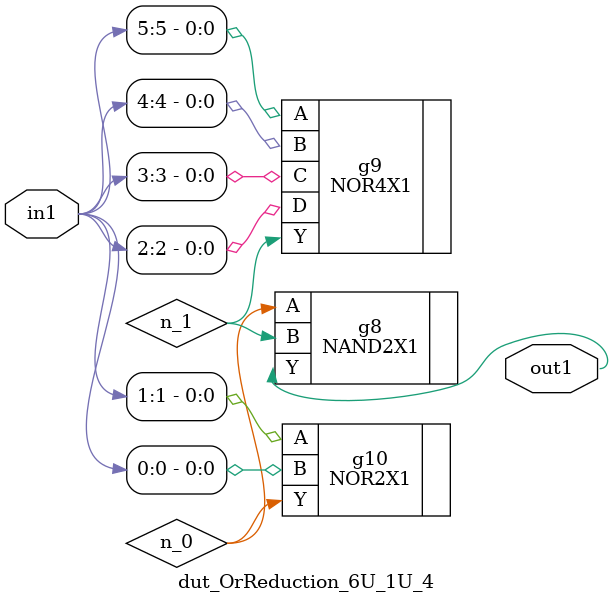
<source format=v>
`timescale 1ps / 1ps


module dut_OrReduction_6U_1U_4(in1, out1);
  input [5:0] in1;
  output out1;
  wire [5:0] in1;
  wire out1;
  wire n_0, n_1;
  NAND2X1 g8(.A (n_0), .B (n_1), .Y (out1));
  NOR4X1 g9(.A (in1[5]), .B (in1[4]), .C (in1[3]), .D (in1[2]), .Y
       (n_1));
  NOR2X1 g10(.A (in1[1]), .B (in1[0]), .Y (n_0));
endmodule


</source>
